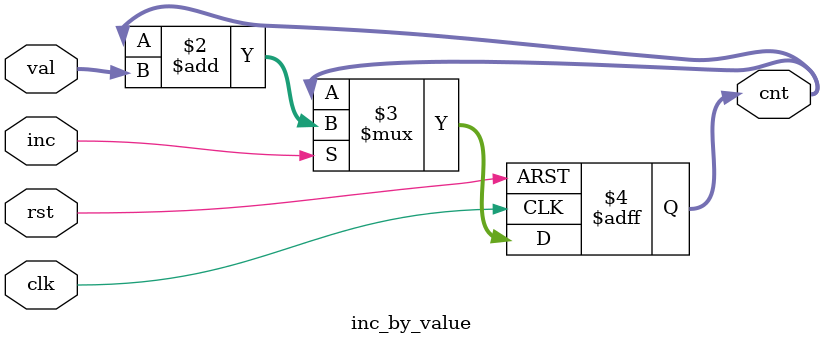
<source format=v>
module inc_by_value (
     input clk, rst, inc, 
	 input [2:0] val,
	 output reg [7:0] cnt
	 );
	 always @(posedge clk or posedge rst) begin
	     if (rst) cnt <= 0;
		 else cnt <= inc ? cnt + val : cnt;
		end
	 
	endmodule
			 
</source>
